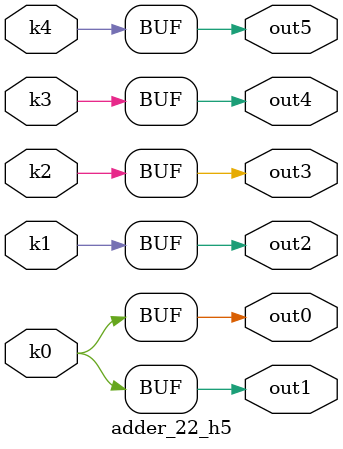
<source format=v>
module adder_22(pi00, pi01, pi02, pi03, pi04, pi05, pi06, pi07, pi08, pi09, pi10, pi11, po0, po1, po2, po3, po4, po5);
input pi00, pi01, pi02, pi03, pi04, pi05, pi06, pi07, pi08, pi09, pi10, pi11;
output po0, po1, po2, po3, po4, po5;
wire k0, k1, k2, k3, k4;
adder_22_w5 DUT1 (pi00, pi01, pi02, pi03, pi04, pi05, pi06, pi07, pi08, pi09, pi10, pi11, k0, k1, k2, k3, k4);
adder_22_h5 DUT2 (k0, k1, k2, k3, k4, po0, po1, po2, po3, po4, po5);
endmodule

module adder_22_w5(in11, in10, in9, in8, in7, in6, in5, in4, in3, in2, in1, in0, k4, k3, k2, k1, k0);
input in11, in10, in9, in8, in7, in6, in5, in4, in3, in2, in1, in0;
output k4, k3, k2, k1, k0;
assign k0 =   ((in7 | in2) & (((in8 | in3) & (((in9 | in4) & (((in11 | in6) & ((in0 & in10) | (~in1 & in5))) | (in11 & in6 & (in10 | in5)) | (in10 & in5))) | (in9 & in4))) | (in8 & in3))) | (in7 & in2);
assign k1 =   ((~in8 ^ in3) & (((~in9 | ~in4) & (((~in11 | ~in6) & ((in1 & ~in10) | (~in0 & ~in5))) | (~in11 & ~in6 & (~in10 | ~in5)) | (~in10 & ~in5))) | (~in9 & ~in4))) | ((in8 ^ in3) & ((in9 & in4) | ((in9 | in4) & (((in11 | in6) & ((in0 & in10) | (~in1 & in5))) | (in10 & in5) | (in11 & in6 & (in10 | in5))))));
assign k2 =   ((~in9 ^ in4) & (((~in11 | ~in6) & ((in1 & ~in10) | (~in0 & ~in5))) | (~in11 & ~in6 & (~in10 | ~in5)) | (~in10 & ~in5))) | ((in9 ^ in4) & (((in11 | in6) & ((in0 & in10) | (~in1 & in5))) | (in10 & in5) | (in11 & in6 & (in10 | in5))));
assign k3 =   ((~in11 | ~in6) & ((in1 & in10 & in5) | (~in0 & ~in10 & ~in5))) | ((in11 | in6) & ((~in1 & ~in10 & in5) | (in0 & in10 & ~in5))) | (in11 & in6 & (in10 ^ in5)) | (~in11 & ~in6 & (~in10 ^ in5));
assign k4 =   (in0 & (in11 ^ in6)) | (in1 & (~in11 ^ in6));
endmodule

module adder_22_h5(k4, k3, k2, k1, k0, out5, out4, out3, out2, out1, out0);
input k4, k3, k2, k1, k0;
output out5, out4, out3, out2, out1, out0;
assign out0 = k0;
assign out1 = k0;
assign out2 = k1;
assign out3 = k2;
assign out4 = k3;
assign out5 = k4;
endmodule

</source>
